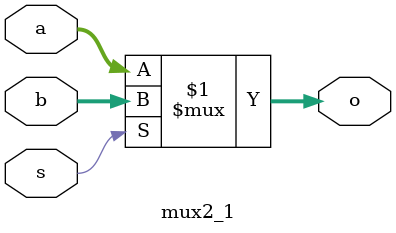
<source format=v>
`timescale 1ns / 1ps
module mux2_1(o, a,b,s);
    output [7:0] o;
    input [7:0] a,b;
	 input s;

	assign o = s?b:a;


endmodule

</source>
